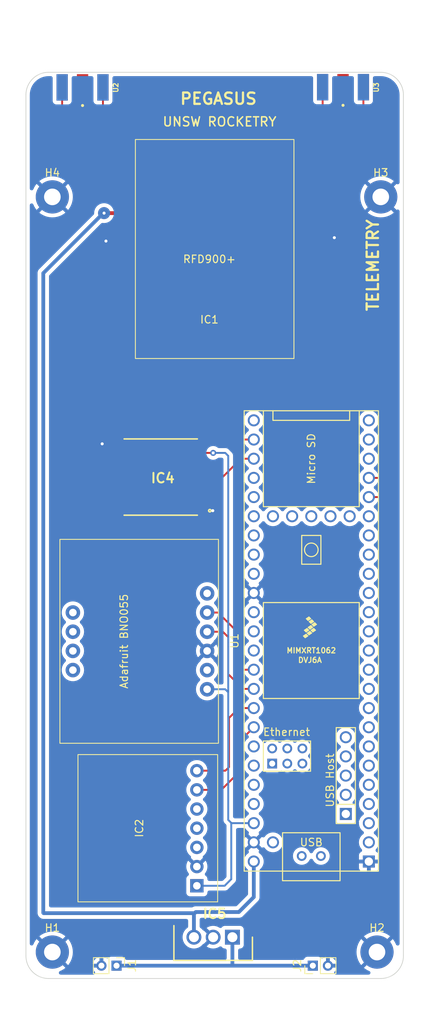
<source format=kicad_pcb>
(kicad_pcb (version 20211014) (generator pcbnew)
  (layers (0 "F.Cu" signal) (31 "B.Cu" signal) (34 "B.Paste" user) (35 "F.Paste" user) (36 "B.SilkS" user "B.Silkscreen") (37 "F.SilkS" user "F.Silkscreen") (38 "B.Mask" user) (39 "F.Mask" user) (44 "Edge.Cuts" user))
  (net 0 "")
  (net 2 "GND")
  (net 10 "Net-(IC1-Pad12)")
  (net 11 "Net-(IC1-Pad13)")
  (net 12 "Net-(IC1-Pad14)")
  (net 13 "Net-(IC1-Pad15)")
  (net 14 "Net-(IC1-Pad16)")
  (net 15 "Net-(IC1-Pad17)")
  (net 88 "3.7V")
  (net 97 "RX8")
  (net 98 "TX8")
  (net 99 "TX7")
  (net 100 "RX7")
  (net 101 "/+3.3V")
  (net 102 "/SCL")
  (net 103 "/SDA")
  (net 104 "/SDA1")
  (net 105 "/SCL1")
  (net 106 "+5V")
  (footprint "MountingHole:MountingHole_2.2mm_M2_Pad" (layer "F.Cu") (at 126.5 156.5)
    (fp_text reference "H2" (at 0 -3.2) (layer "F.SilkS"))
    (fp_text value "MountingHole_Pad")
    (pad "1" thru_hole circle (at 0 0) (size 4.4 4.4) (drill 2.2) (layers *.Cu *.Mask) (net 2 "GND"))
  )
  (footprint "Voltage Regulator:TO255P460X1020X2008-3P" (layer "F.Cu") (at 107.35 154.53 180)
    (fp_text reference "IC5" (at 2.35 3.1 180) (layer "F.SilkS") (effects (font (size 1.27 1.27) (thickness 0.254))))
    (fp_text value "L7805ACV" hide)
    (fp_line (start 7.75 1.53) (end 7.75 -3.07) (layer "F.SilkS") (width 0.2))
    (fp_line (start -2.65 -3.07) (end -2.65 0) (layer "F.SilkS") (width 0.2))
    (fp_line (start 7.75 -3.07) (end -2.65 -3.07) (layer "F.SilkS") (width 0.2))
    (pad "1" thru_hole rect (at 0 0 180) (size 1.98 1.98) (drill 1.32) (layers *.Cu *.Mask) (net 88 "3.7V"))
    (pad "2" thru_hole circle (at 2.55 0 180) (size 1.98 1.98) (drill 1.32) (layers *.Cu *.Mask) (net 2 "GND"))
    (pad "3" thru_hole circle (at 5.1 0 180) (size 1.98 1.98) (drill 1.32) (layers *.Cu *.Mask) (net 106 "+5V"))
  )
  (footprint "SMA-Connectors:RFSOLUTIONS_CON-SMA-EDGE-S" (layer "F.Cu") (at 122 41.9725 -90)
    (fp_text reference "U3" (at 0.032 -4.4064 90) (layer "F.SilkS") (effects (font (size 0.64 0.64))))
    (fp_text value "CON-SMA-EDGE-S")
    (fp_circle (center 2.4 0) (end 2.5 0) (layer "F.SilkS") (width 0.2) (fill none))
    (pad "1" smd rect (at 0 0 270) (size 3.5 1.5) (layers "F.Cu" "F.Paste" "F.Mask") (net 11 "Net-(IC1-Pad13)"))
    (pad "G1" smd rect (at 0 -2.7 270) (size 3.5 1.5) (layers "F.Cu" "F.Paste" "F.Mask") (net 10 "Net-(IC1-Pad12)"))
    (pad "G2" smd rect (at 0 2.7 270) (size 3.5 1.5) (layers "F.Cu" "F.Paste" "F.Mask") (net 12 "Net-(IC1-Pad14)"))
    (pad "G3" smd rect (at 0 -2.7 270) (size 3.5 1.5) (layers "B.Cu" "B.Paste" "B.Mask"))
    (pad "G4" smd rect (at 0 2.7 270) (size 3.5 1.5) (layers "B.Cu" "B.Paste" "B.Mask"))
  )
  (footprint "Adafruit_MPL3115A2:1x07" (layer "F.Cu") (at 100.101 140.1 90)
    (fp_text reference "IC2" (at 0 -5.08 90) (layer "F.SilkS"))
    (fp_text value "Adafruit_MPL3115A2")
    (fp_rect (start -9.75 5.292) (end 9.75 -13.208) (layer "F.SilkS") (width 0.12) (fill none))
    (pad "1" thru_hole rect (at -7.62 2.54 180) (size 1.778 1.778) (drill 1) (layers *.Cu *.Mask) (net 101 "/+3.3V"))
    (pad "2" thru_hole circle (at -5.08 2.54 90) (size 1.778 1.778) (drill 1) (layers *.Cu *.Mask) (net 2 "GND"))
    (pad "3" thru_hole circle (at -2.54 2.54 90) (size 1.778 1.778) (drill 1) (layers *.Cu *.Mask))
    (pad "4" thru_hole circle (at 0 2.54 90) (size 1.778 1.778) (drill 1) (layers *.Cu *.Mask))
    (pad "5" thru_hole circle (at 2.54 2.54 90) (size 1.778 1.778) (drill 1) (layers *.Cu *.Mask))
    (pad "6" thru_hole circle (at 5.08 2.54 90) (size 1.778 1.778) (drill 1) (layers *.Cu *.Mask) (net 102 "/SCL"))
    (pad "7" thru_hole circle (at 7.62 2.54 90) (size 1.778 1.778) (drill 1) (layers *.Cu *.Mask) (net 103 "/SDA"))
  )
  (footprint "Quectel_L70B-M39:1x18" (layer "F.Cu") (at 97.857 93.6 180)
    (fp_text reference "IC4" (at -0.272 -0.14) (layer "F.SilkS") (effects (font (size 1.27 1.27) (thickness 0.254))))
    (fp_text value "L70B-M39" hide)
    (fp_line (start -4.85 -5.05) (end 4.85 -5.05) (layer "F.SilkS") (width 0.2))
    (fp_line (start 4.85 5.05) (end -4.85 5.05) (layer "F.SilkS") (width 0.2))
    (fp_circle (center -6.502 -4.45) (end -6.502 -4.388) (layer "F.SilkS") (width 0.2) (fill none))
    (pad "1" smd rect (at -4.85 -4.4 270) (size 0.8 1.8) (layers "F.Cu" "F.Paste" "F.Mask") (net 2 "GND"))
    (pad "2" smd rect (at -4.85 -3.3 270) (size 0.8 1.8) (layers "F.Cu" "F.Paste" "F.Mask") (net 97 "RX8"))
    (pad "3" smd rect (at -4.85 -2.2 270) (size 0.8 1.8) (layers "F.Cu" "F.Paste" "F.Mask") (net 98 "TX8"))
    (pad "4" smd rect (at -4.85 -1.1 270) (size 0.8 1.8) (layers "F.Cu" "F.Paste" "F.Mask"))
    (pad "5" smd rect (at -4.85 0 270) (size 0.8 1.8) (layers "F.Cu" "F.Paste" "F.Mask"))
    (pad "6" smd rect (at -4.85 1.1 270) (size 0.8 1.8) (layers "F.Cu" "F.Paste" "F.Mask"))
    (pad "7" smd rect (at -4.85 2.2 270) (size 0.8 1.8) (layers "F.Cu" "F.Paste" "F.Mask"))
    (pad "8" smd rect (at -4.85 3.3 270) (size 0.8 1.8) (layers "F.Cu" "F.Paste" "F.Mask") (net 101 "/+3.3V"))
    (pad "9" smd rect (at -4.85 4.4 270) (size 0.8 1.8) (layers "F.Cu" "F.Paste" "F.Mask"))
    (pad "10" smd rect (at 4.85 4.4 270) (size 0.8 1.8) (layers "F.Cu" "F.Paste" "F.Mask") (net 2 "GND"))
    (pad "11" smd rect (at 4.85 3.3 270) (size 0.8 1.8) (layers "F.Cu" "F.Paste" "F.Mask"))
    (pad "12" smd rect (at 4.85 2.2 270) (size 0.8 1.8) (layers "F.Cu" "F.Paste" "F.Mask"))
    (pad "13" smd rect (at 4.85 1.1 270) (size 0.8 1.8) (layers "F.Cu" "F.Paste" "F.Mask"))
    (pad "14" smd rect (at 4.85 0 270) (size 0.8 1.8) (layers "F.Cu" "F.Paste" "F.Mask"))
    (pad "15" smd rect (at 4.85 -1.1 270) (size 0.8 1.8) (layers "F.Cu" "F.Paste" "F.Mask"))
    (pad "16" smd rect (at 4.85 -2.2 270) (size 0.8 1.8) (layers "F.Cu" "F.Paste" "F.Mask"))
    (pad "17" smd rect (at 4.85 -3.3 270) (size 0.8 1.8) (layers "F.Cu" "F.Paste" "F.Mask"))
    (pad "18" smd rect (at 4.85 -4.4 270) (size 0.8 1.8) (layers "F.Cu" "F.Paste" "F.Mask"))
  )
  (footprint "Teensy_4.1:Teensy_4.1" (layer "F.Cu") (at 117.8 115.3 90)
    (fp_text reference "U1" (at 0 -10.16 90) (layer "F.SilkS"))
    (fp_text value "Teensy4.1")
    (fp_text user "Micro SD" (at 24.13 0 90) (layer "F.SilkS"))
    (fp_text user "USB Host" (at -18.4658 2.4892 90) (layer "F.SilkS"))
    (fp_text user "MIMXRT1062" (at -1.27 0) (layer "F.SilkS") (effects (font (size 0.7 0.7))))
    (fp_text user "USB" (at -26.67 0) (layer "F.SilkS"))
    (fp_text user "Ethernet" (at -12.065 -3.2766) (layer "F.SilkS"))
    (fp_text user "DVJ6A" (at -2.54 -0.18) (layer "F.SilkS") (effects (font (size 0.7 0.7))))
    (fp_line (start 29.21 5.08) (end 30.48 5.08) (layer "F.SilkS") (width 0.15))
    (fp_line (start -24.1808 3.2992) (end -21.6408 3.2992) (layer "F.SilkS") (width 0.15))
    (fp_line (start 10.16 -1.27) (end 13.97 -1.27) (layer "F.SilkS") (width 0.15))
    (fp_line (start -24.1808 5.8392) (end -24.1808 3.2992) (layer "F.SilkS") (width 0.15))
    (fp_line (start -30.48 3.81) (end -31.75 3.81) (layer "F.SilkS") (width 0.15))
    (fp_line (start -30.48 -8.89) (end 30.48 -8.89) (layer "F.SilkS") (width 0.15))
    (fp_line (start 30.48 -8.89) (end 30.48 8.89) (layer "F.SilkS") (width 0.15))
    (fp_line (start -25.4 3.81) (end -30.48 3.81) (layer "F.SilkS") (width 0.15))
    (fp_line (start -11.4808 3.2992) (end -11.4808 5.8392) (layer "F.SilkS") (width 0.15))
    (fp_line (start -17.25 -0.1016) (end -13.25 -0.1016) (layer "F.SilkS") (width 0.15))
    (fp_line (start 5.08 6.35) (end 5.08 -6.35) (layer "F.SilkS") (width 0.15))
    (fp_line (start 17.78 -6.35) (end 17.78 6.35) (layer "F.SilkS") (width 0.15))
    (fp_line (start -30.48 8.89) (end -30.48 -8.89) (layer "F.SilkS") (width 0.15))
    (fp_line (start 13.97 1.27) (end 10.16 1.27) (layer "F.SilkS") (width 0.15))
    (fp_line (start 5.08 -6.35) (end -7.62 -6.35) (layer "F.SilkS") (width 0.15))
    (fp_line (start 30.48 8.89) (end -30.48 8.89) (layer "F.SilkS") (width 0.15))
    (fp_line (start -31.75 3.81) (end -31.75 -3.81) (layer "F.SilkS") (width 0.15))
    (fp_line (start 10.16 1.27) (end 10.16 -1.27) (layer "F.SilkS") (width 0.15))
    (fp_line (start -31.75 -3.81) (end -30.48 -3.81) (layer "F.SilkS") (width 0.15))
    (fp_line (start -25.4 -3.81) (end -30.48 -3.81) (layer "F.SilkS") (width 0.15))
    (fp_line (start -17.25 -6.1016) (end -17.25 -0.1016) (layer "F.SilkS") (width 0.15))
    (fp_line (start -13.25 -6.3516) (end -17.25 -6.3516) (layer "F.SilkS") (width 0.15))
    (fp_line (start -17.25 -6.3516) (end -17.25 -6.1016) (layer "F.SilkS") (width 0.15))
    (fp_line (start -21.6408 3.2992) (end -21.6408 5.8392) (layer "F.SilkS") (width 0.15))
    (fp_line (start 13.97 -1.27) (end 13.97 1.27) (layer "F.SilkS") (width 0.15))
    (fp_line (start -13.25 -0.1016) (end -13.25 -6.3516) (layer "F.SilkS") (width 0.15))
    (fp_line (start 30.48 -5.08) (end 29.21 -5.08) (layer "F.SilkS") (width 0.15))
    (fp_line (start -11.4808 5.8392) (end -24.1808 5.8392) (layer "F.SilkS") (width 0.15))
    (fp_line (start -25.4 3.81) (end -25.4 -3.81) (layer "F.SilkS") (width 0.15))
    (fp_line (start 17.78 6.35) (end 30.48 6.35) (layer "F.SilkS") (width 0.15))
    (fp_line (start -7.62 6.35) (end 5.08 6.35) (layer "F.SilkS") (width 0.15))
    (fp_line (start -7.62 -6.35) (end -7.62 6.35) (layer "F.SilkS") (width 0.15))
    (fp_line (start -24.1808 3.2992) (end -11.4808 3.2992) (layer "F.SilkS") (width 0.15))
    (fp_line (start 30.48 -6.35) (end 17.78 -6.35) (layer "F.SilkS") (width 0.15))
    (fp_line (start 29.21 -5.08) (end 29.21 5.08) (layer "F.SilkS") (width 0.15))
    (fp_circle (center 12.065 0) (end 12.7 -0.635) (layer "F.SilkS") (width 0.15) (fill none))
    (fp_poly (pts (xy 0.911 -0.688) (xy 0.657 -0.434) (xy 0.403 -0.815) (xy 0.657 -1.069)) (layer "F.SilkS") (width 0.1) (fill solid))
    (fp_poly (pts (xy 2.054 -0.053) (xy 1.8 0.201) (xy 1.546 -0.18) (xy 1.8 -0.434)) (layer "F.SilkS") (width 0.1) (fill solid))
    (fp_poly (pts (xy 1.673 0.328) (xy 1.419 0.582) (xy 1.165 0.201) (xy 1.419 -0.053)) (layer "F.SilkS") (width 0.1) (fill solid))
    (fp_poly (pts (xy 1.292 -0.18) (xy 1.038 0.074) (xy 0.784 -0.307) (xy 1.038 -0.561)) (layer "F.SilkS") (width 0.1) (fill solid))
    (fp_poly (pts (xy 2.816 0.074) (xy 2.562 0.328) (xy 2.308 -0.053) (xy 2.562 -0.307)) (layer "F.SilkS") (width 0.1) (fill solid))
    (fp_poly (pts (xy 2.435 0.455) (xy 2.181 0.709) (xy 1.927 0.328) (xy 2.181 0.074)) (layer "F.SilkS") (width 0.1) (fill solid))
    (fp_poly (pts (xy 3.197 -0.307) (xy 2.943 -0.053) (xy 2.689 -0.434) (xy 2.943 -0.688)) (layer "F.SilkS") (width 0.1) (fill solid))
    (fp_poly (pts (xy 1.673 -0.561) (xy 1.419 -0.307) (xy 1.165 -0.688) (xy 1.419 -0.942)) (layer "F.SilkS") (width 0.1) (fill solid))
    (pad "1" thru_hole rect (at -29.21 7.62 90) (size 1.6 1.6) (drill 1.1) (layers *.Cu *.Mask) (net 2 "GND"))
    (pad "2" thru_hole circle (at -26.67 7.62 90) (size 1.6 1.6) (drill 1.1) (layers *.Cu *.Mask))
    (pad "3" thru_hole circle (at -24.13 7.62 90) (size 1.6 1.6) (drill 1.1) (layers *.Cu *.Mask))
    (pad "4" thru_hole circle (at -21.59 7.62 90) (size 1.6 1.6) (drill 1.1) (layers *.Cu *.Mask))
    (pad "5" thru_hole circle (at -19.05 7.62 90) (size 1.6 1.6) (drill 1.1) (layers *.Cu *.Mask))
    (pad "6" thru_hole circle (at -16.51 7.62 90) (size 1.6 1.6) (drill 1.1) (layers *.Cu *.Mask))
    (pad "7" thru_hole circle (at -13.97 7.62 90) (size 1.6 1.6) (drill 1.1) (layers *.Cu *.Mask))
    (pad "8" thru_hole circle (at -11.43 7.62 90) (size 1.6 1.6) (drill 1.1) (layers *.Cu *.Mask))
    (pad "9" thru_hole circle (at -8.89 7.62 90) (size 1.6 1.6) (drill 1.1) (layers *.Cu *.Mask))
    (pad "10" thru_hole circle (at -6.35 7.62 90) (size 1.6 1.6) (drill 1.1) (layers *.Cu *.Mask))
    (pad "11" thru_hole circle (at -3.81 7.62 90) (size 1.6 1.6) (drill 1.1) (layers *.Cu *.Mask))
    (pad "12" thru_hole circle (at -1.27 7.62 90) (size 1.6 1.6) (drill 1.1) (layers *.Cu *.Mask))
    (pad "13" thru_hole circle (at 1.27 7.62 90) (size 1.6 1.6) (drill 1.1) (layers *.Cu *.Mask))
    (pad "14" thru_hole circle (at 3.81 7.62 90) (size 1.6 1.6) (drill 1.1) (layers *.Cu *.Mask))
    (pad "15" thru_hole circle (at 6.35 7.62 90) (size 1.6 1.6) (drill 1.1) (layers *.Cu *.Mask))
    (pad "16" thru_hole circle (at 8.89 7.62 90) (size 1.6 1.6) (drill 1.1) (layers *.Cu *.Mask))
    (pad "17" thru_hole circle (at 11.43 7.62 90) (size 1.6 1.6) (drill 1.1) (layers *.Cu *.Mask))
    (pad "18" thru_hole circle (at 13.97 7.62 90) (size 1.6 1.6) (drill 1.1) (layers *.Cu *.Mask))
    (pad "19" thru_hole circle (at 16.51 7.62 90) (size 1.6 1.6) (drill 1.1) (layers *.Cu *.Mask))
    (pad "20" thru_hole circle (at 19.05 7.62 90) (size 1.6 1.6) (drill 1.1) (layers *.Cu *.Mask) (net 100 "RX7"))
    (pad "21" thru_hole circle (at 21.59 7.62 90) (size 1.6 1.6) (drill 1.1) (layers *.Cu *.Mask) (net 99 "TX7"))
    (pad "22" thru_hole circle (at 24.13 7.62 90) (size 1.6 1.6) (drill 1.1) (layers *.Cu *.Mask))
    (pad "23" thru_hole circle (at 26.67 7.62 90) (size 1.6 1.6) (drill 1.1) (layers *.Cu *.Mask))
    (pad "24" thru_hole circle (at 29.21 7.62 90) (size 1.6 1.6) (drill 1.1) (layers *.Cu *.Mask))
    (pad "25" thru_hole circle (at 29.21 -7.62 90) (size 1.6 1.6) (drill 1.1) (layers *.Cu *.Mask))
    (pad "26" thru_hole circle (at 26.67 -7.62 90) (size 1.6 1.6) (drill 1.1) (layers *.Cu *.Mask) (net 97 "RX8"))
    (pad "27" thru_hole circle (at 24.13 -7.62 90) (size 1.6 1.6) (drill 1.1) (layers *.Cu *.Mask) (net 98 "TX8"))
    (pad "28" thru_hole circle (at 21.59 -7.62 90) (size 1.6 1.6) (drill 1.1) (layers *.Cu *.Mask))
    (pad "29" thru_hole circle (at 19.05 -7.62 90) (size 1.6 1.6) (drill 1.1) (layers *.Cu *.Mask))
    (pad "30" thru_hole circle (at 16.51 -7.62 90) (size 1.6 1.6) (drill 1.1) (layers *.Cu *.Mask))
    (pad "31" thru_hole circle (at 13.97 -7.62 90) (size 1.6 1.6) (drill 1.1) (layers *.Cu *.Mask))
    (pad "32" thru_hole circle (at 11.43 -7.62 90) (size 1.6 1.6) (drill 1.1) (layers *.Cu *.Mask))
    (pad "33" thru_hole circle (at 8.89 -7.62 90) (size 1.6 1.6) (drill 1.1) (layers *.Cu *.Mask))
    (pad "34" thru_hole circle (at 6.35 -7.62 90) (size 1.6 1.6) (drill 1.1) (layers *.Cu *.Mask) (net 2 "GND"))
    (pad "35" thru_hole circle (at 3.81 -7.62 90) (size 1.6 1.6) (drill 1.1) (layers *.Cu *.Mask))
    (pad "36" thru_hole circle (at 1.27 -7.62 90) (size 1.6 1.6) (drill 1.1) (layers *.Cu *.Mask))
    (pad "37" thru_hole circle (at -1.27 -7.62 90) (size 1.6 1.6) (drill 1.1) (layers *.Cu *.Mask))
    (pad "38" thru_hole circle (at -3.81 -7.62 90) (size 1.6 1.6) (drill 1.1) (layers *.Cu *.Mask) (net 105 "/SCL1"))
    (pad "39" thru_hole circle (at -6.35 -7.62 90) (size 1.6 1.6) (drill 1.1) (layers *.Cu *.Mask) (net 104 "/SDA1"))
    (pad "40" thru_hole circle (at -8.89 -7.62 90) (size 1.6 1.6) (drill 1.1) (layers *.Cu *.Mask) (net 103 "/SDA"))
    (pad "41" thru_hole circle (at -11.43 -7.62 90) (size 1.6 1.6) (drill 1.1) (layers *.Cu *.Mask) (net 102 "/SCL"))
    (pad "42" thru_hole circle (at -13.97 -7.62 90) (size 1.6 1.6) (drill 1.1) (layers *.Cu *.Mask))
    (pad "43" thru_hole circle (at -16.51 -7.62 90) (size 1.6 1.6) (drill 1.1) (layers *.Cu *.Mask))
    (pad "44" thru_hole circle (at -19.05 -7.62 90) (size 1.6 1.6) (drill 1.1) (layers *.Cu *.Mask))
    (pad "45" thru_hole circle (at -21.59 -7.62 90) (size 1.6 1.6) (drill 1.1) (layers *.Cu *.Mask))
    (pad "46" thru_hole circle (at -24.13 -7.62 90) (size 1.6 1.6) (drill 1.1) (layers *.Cu *.Mask) (net 101 "/+3.3V"))
    (pad "47" thru_hole circle (at -26.67 -7.62 90) (size 1.6 1.6) (drill 1.1) (layers *.Cu *.Mask) (net 2 "GND"))
    (pad "48" thru_hole circle (at -29.21 -7.62 90) (size 1.6 1.6) (drill 1.1) (layers *.Cu *.Mask) (net 106 "+5V"))
    (pad "49" thru_hole circle (at -26.67 -5.08 90) (size 1.6 1.6) (drill 1.1) (layers *.Cu *.Mask))
    (pad "50" thru_hole circle (at 16.51 5.08 90) (size 1.6 1.6) (drill 1.1) (layers *.Cu *.Mask))
    (pad "51" thru_hole circle (at 16.51 2.54 90) (size 1.6 1.6) (drill 1.1) (layers *.Cu *.Mask))
    (pad "52" thru_hole circle (at 16.51 0 90) (size 1.6 1.6) (drill 1.1) (layers *.Cu *.Mask))
    (pad "53" thru_hole circle (at 16.51 -2.54 90) (size 1.6 1.6) (drill 1.1) (layers *.Cu *.Mask))
    (pad "54" thru_hole circle (at 16.51 -5.08 90) (size 1.6 1.6) (drill 1.1) (layers *.Cu *.Mask))
    (pad "55" thru_hole rect (at -22.9108 4.5692 90) (size 1.6 1.6) (drill 1.1) (layers *.Cu *.Mask))
    (pad "56" thru_hole circle (at -20.3708 4.5692 90) (size 1.6 1.6) (drill 1.1) (layers *.Cu *.Mask))
    (pad "57" thru_hole circle (at -17.8308 4.5692 90) (size 1.6 1.6) (drill 1.1) (layers *.Cu *.Mask))
    (pad "58" thru_hole circle (at -15.2908 4.5692 90) (size 1.6 1.6) (drill 1.1) (layers *.Cu *.Mask))
    (pad "59" thru_hole circle (at -12.7508 4.5692 90) (size 1.6 1.6) (drill 1.1) (layers *.Cu *.Mask))
    (pad "60" thru_hole rect (at -16.24 -5.1816 90) (size 1.3 1.3) (drill 0.8) (layers *.Cu *.Mask))
    (pad "61" thru_hole circle (at -16.24 -3.1816 90) (size 1.3 1.3) (drill 0.8) (layers *.Cu *.Mask))
    (pad "62" thru_hole circle (at -16.24 -1.1816 90) (size 1.3 1.3) (drill 0.8) (layers *.Cu *.Mask))
    (pad "63" thru_hole circle (at -14.24 -1.1816 90) (size 1.3 1.3) (drill 0.8) (layers *.Cu *.Mask))
    (pad "64" thru_hole circle (at -14.24 -3.1816 90) (size 1.3 1.3) (drill 0.8) (layers *.Cu *.Mask))
    (pad "65" thru_hole circle (at -14.24 -5.1816 90) (size 1.3 1.3) (drill 0.8) (layers *.Cu *.Mask))
    (pad "66" thru_hole circle (at -28.48 -1.27 90) (size 1.3 1.3) (drill 0.8) (layers *.Cu *.Mask))
    (pad "67" thru_hole circle (at -28.48 1.27 90) (size 1.3 1.3) (drill 0.8) (layers *.Cu *.Mask))
  )
  (footprint "Connector_PinHeader_2.00mm:PinHeader_1x02_P2.00mm_Vertical" (layer "F.Cu") (at 118 158.3 90)
    (fp_text reference "J2" (at 0 -2.06 90) (layer "F.SilkS"))
    (fp_text value "Conn_01x02_Female")
    (fp_line (start -1.06 0) (end -1.06 -1.06) (layer "F.SilkS") (width 0.12))
    (fp_line (start 1.06 1) (end 1.06 3.06) (layer "F.SilkS") (width 0.12))
    (fp_line (start -1.06 3.06) (end 1.06 3.06) (layer "F.SilkS") (width 0.12))
    (fp_line (start -1.06 -1.06) (end 0 -1.06) (layer "F.SilkS") (width 0.12))
    (fp_line (start -1.06 1) (end -1.06 3.06) (layer "F.SilkS") (width 0.12))
    (fp_line (start -1.06 1) (end 1.06 1) (layer "F.SilkS") (width 0.12))
    (pad "1" thru_hole rect (at 0 0 90) (size 1.35 1.35) (drill 0.8) (layers *.Cu *.Mask) (net 88 "3.7V"))
    (pad "2" thru_hole oval (at 0 2 90) (size 1.35 1.35) (drill 0.8) (layers *.Cu *.Mask) (net 2 "GND"))
  )
  (footprint "MountingHole:MountingHole_2.2mm_M2_Pad" (layer "F.Cu") (at 83.5 56.5)
    (fp_text reference "H4" (at 0 -3.2) (layer "F.SilkS"))
    (fp_text value "MountingHole_Pad")
    (pad "1" thru_hole circle (at 0 0) (size 4.4 4.4) (drill 2.2) (layers *.Cu *.Mask) (net 2 "GND"))
  )
  (footprint "RFD900:1x28" (layer "F.Cu") (at 109.5 66.65 180)
    (fp_text reference "IC1" (at 5.2 -6.1 unlocked) (layer "F.SilkS"))
    (fp_text value "RFD900")
    (fp_text user "RFD900+" (at 5.2 1.9 unlocked) (layer "F.SilkS"))
    (fp_rect (start -6 -11.25) (end 15 17.75) (layer "F.SilkS") (width 0.12) (fill none))
    (pad "1" smd rect (at -6 -10 180) (size 2.4 1) (layers "F.Cu" "F.Paste" "F.Mask"))
    (pad "2" smd rect (at -6 -8 180) (size 2.4 1) (layers "F.Cu" "F.Paste" "F.Mask"))
    (pad "3" smd rect (at -6 -6 180) (size 2.4 1) (layers "F.Cu" "F.Paste" "F.Mask"))
    (pad "4" smd rect (at -6 -4 180) (size 2.4 1) (layers "F.Cu" "F.Paste" "F.Mask"))
    (pad "5" smd roundrect (at -6 -2 180) (size 2.4 1) (layers "F.Cu" "F.Paste" "F.Mask"))
    (pad "6" smd rect (at -6 0 180) (size 2.4 1) (layers "F.Cu" "F.Paste" "F.Mask"))
    (pad "7" smd rect (at -6 2 180) (size 2.4 1) (layers "F.Cu" "F.Paste" "F.Mask"))
    (pad "8" smd rect (at -6 4 180) (size 2.4 1) (layers "F.Cu" "F.Paste" "F.Mask") (net 2 "GND"))
    (pad "9" smd rect (at -6 6 180) (size 2.4 1) (layers "F.Cu" "F.Paste" "F.Mask") (net 2 "GND"))
    (pad "10" smd rect (at -6 8 180) (size 2.4 1) (layers "F.Cu" "F.Paste" "F.Mask"))
    (pad "11" smd rect (at -6 10 180) (size 2.4 1) (layers "F.Cu" "F.Paste" "F.Mask") (net 2 "GND"))
    (pad "12" smd rect (at -6 13.5 180) (size 2.4 1) (layers "F.Cu" "F.Paste" "F.Mask") (net 10 "Net-(IC1-Pad12)"))
    (pad "13" smd rect (at -6 15 180) (size 2.4 1) (layers "F.Cu" "F.Paste" "F.Mask") (net 11 "Net-(IC1-Pad13)"))
    (pad "14" smd rect (at -6 16.5 180) (size 2.4 1) (layers "F.Cu" "F.Paste" "F.Mask") (net 12 "Net-(IC1-Pad14)"))
    (pad "15" smd rect (at 15 16.5 180) (size 2.4 1) (layers "F.Cu" "F.Paste" "F.Mask") (net 13 "Net-(IC1-Pad15)"))
    (pad "16" smd rect (at 15 15 180) (size 2.4 1) (layers "F.Cu" "F.Paste" "F.Mask") (net 14 "Net-(IC1-Pad16)"))
    (pad "17" smd rect (at 15 13.5 180) (size 2.4 1) (layers "F.Cu" "F.Paste" "F.Mask") (net 15 "Net-(IC1-Pad17)"))
    (pad "18" smd rect (at 15 10 180) (size 2.4 1) (layers "F.Cu" "F.Paste" "F.Mask"))
    (pad "19" smd rect (at 15 8 180) (size 2.4 1) (layers "F.Cu" "F.Paste" "F.Mask") (net 106 "+5V"))
    (pad "20" smd rect (at 15 6 180) (size 2.4 1) (layers "F.Cu" "F.Paste" "F.Mask") (net 2 "GND"))
    (pad "21" smd rect (at 15 4 180) (size 2.4 1) (layers "F.Cu" "F.Paste" "F.Mask"))
    (pad "22" smd rect (at 15 2 180) (size 2.4 1) (layers "F.Cu" "F.Paste" "F.Mask"))
    (pad "23" smd rect (at 15 0 180) (size 2.4 1) (layers "F.Cu" "F.Paste" "F.Mask"))
    (pad "24" smd rect (at 15 -2 180) (size 2.4 1) (layers "F.Cu" "F.Paste" "F.Mask"))
    (pad "25" smd rect (at 15 -4 180) (size 2.4 1) (layers "F.Cu" "F.Paste" "F.Mask") (net 99 "TX7"))
    (pad "26" smd rect (at 15 -6 180) (size 2.4 1) (layers "F.Cu" "F.Paste" "F.Mask") (net 100 "RX7"))
    (pad "27" smd rect (at 15 -8 180) (size 2.4 1) (layers "F.Cu" "F.Paste" "F.Mask"))
    (pad "28" smd rect (at 15 -10 180) (size 2.4 1) (layers "F.Cu" "F.Paste" "F.Mask"))
  )
  (footprint "MountingHole:MountingHole_2.2mm_M2_Pad" (layer "F.Cu") (at 127 56.5)
    (fp_text reference "H3" (at 0 -3.2) (layer "F.SilkS"))
    (fp_text value "MountingHole_Pad")
    (pad "1" thru_hole circle (at 0 0) (size 4.4 4.4) (drill 2.2) (layers *.Cu *.Mask) (net 2 "GND"))
  )
  (footprint "MountingHole:MountingHole_2.2mm_M2_Pad" (layer "F.Cu") (at 83.5 156.5)
    (fp_text reference "H1" (at 0 -3.2) (layer "F.SilkS"))
    (fp_text value "MountingHole_Pad")
    (pad "1" thru_hole circle (at 0 0) (size 4.4 4.4) (drill 2.2) (layers *.Cu *.Mask) (net 2 "GND"))
  )
  (footprint "SMA-Connectors:RFSOLUTIONS_CON-SMA-EDGE-S" (layer "F.Cu") (at 87.5 42 -90)
    (fp_text reference "U2" (at 0.032 -4.4064 90) (layer "F.SilkS") (effects (font (size 0.64 0.64))))
    (fp_text value "CON-SMA-EDGE-S")
    (fp_circle (center 2.4 0) (end 2.5 0) (layer "F.SilkS") (width 0.2) (fill none))
    (pad "1" smd rect (at 0 0 270) (size 3.5 1.5) (layers "F.Cu" "F.Paste" "F.Mask") (net 14 "Net-(IC1-Pad16)"))
    (pad "G1" smd rect (at 0 -2.7 270) (size 3.5 1.5) (layers "F.Cu" "F.Paste" "F.Mask") (net 13 "Net-(IC1-Pad15)"))
    (pad "G2" smd rect (at 0 2.7 270) (size 3.5 1.5) (layers "F.Cu" "F.Paste" "F.Mask") (net 15 "Net-(IC1-Pad17)"))
    (pad "G3" smd rect (at 0 -2.7 270) (size 3.5 1.5) (layers "B.Cu" "B.Paste" "B.Mask"))
    (pad "G4" smd rect (at 0 2.7 270) (size 3.5 1.5) (layers "B.Cu" "B.Paste" "B.Mask"))
  )
  (footprint "Adafruit_BNO055:adafruit_" (layer "F.Cu") (at 104 115.35 90)
    (fp_text reference "IC3" hide)
    (fp_text value "Adafruit-BNO055-PCB")
    (fp_text user "Adafruit BNO055" (at 0 -11 90 unlocked) (layer "F.SilkS"))
    (fp_rect (start 13.5 1.5) (end -13.5 -19.5) (layer "F.SilkS") (width 0.12) (fill none))
    (pad "1" thru_hole circle (at -6.35 0 180) (size 1.9304 1.9304) (drill 1) (layers *.Cu *.Mask) (net 101 "/+3.3V"))
    (pad "2" thru_hole circle (at -3.81 0 180) (size 1.9304 1.9304) (drill 1) (layers *.Cu *.Mask))
    (pad "3" thru_hole circle (at -1.27 0 180) (size 1.9304 1.9304) (drill 1) (layers *.Cu *.Mask) (net 2 "GND"))
    (pad "4" thru_hole circle (at 1.27 0 180) (size 1.9304 1.9304) (drill 1) (layers *.Cu *.Mask) (net 104 "/SDA1"))
    (pad "4" thru_hole circle (at -3.81 -17.78 180) (size 1.9304 1.9304) (drill 1) (layers *.Cu *.Mask) (net 104 "/SDA1"))
    (pad "5" thru_hole circle (at -1.27 -17.78 180) (size 1.9304 1.9304) (drill 1) (layers *.Cu *.Mask) (net 105 "/SCL1"))
    (pad "5" thru_hole circle (at 3.81 0 180) (size 1.9304 1.9304) (drill 1) (layers *.Cu *.Mask) (net 105 "/SCL1"))
    (pad "6" thru_hole circle (at 1.27 -17.78 180) (size 1.9304 1.9304) (drill 1) (layers *.Cu *.Mask))
    (pad "6" thru_hole circle (at 6.35 0 180) (size 1.9304 1.9304) (drill 1) (layers *.Cu *.Mask))
    (pad "7" thru_hole circle (at 3.81 -17.78 180) (size 1.9304 1.9304) (drill 1) (layers *.Cu *.Mask))
  )
  (footprint "Connector_PinHeader_2.00mm:PinHeader_1x02_P2.00mm_Vertical" (layer "F.Cu") (at 92 158.3 -90)
    (fp_text reference "J1" (at 0 -2.06 90) (layer "F.SilkS"))
    (fp_text value "Conn_01x02_Female")
    (fp_line (start -1.06 1) (end -1.06 3.06) (layer "F.SilkS") (width 0.12))
    (fp_line (start -1.06 -1.06) (end 0 -1.06) (layer "F.SilkS") (width 0.12))
    (fp_line (start -1.06 3.06) (end 1.06 3.06) (layer "F.SilkS") (width 0.12))
    (fp_line (start -1.06 1) (end 1.06 1) (layer "F.SilkS") (width 0.12))
    (fp_line (start -1.06 0) (end -1.06 -1.06) (layer "F.SilkS") (width 0.12))
    (fp_line (start 1.06 1) (end 1.06 3.06) (layer "F.SilkS") (width 0.12))
    (pad "1" thru_hole rect (at 0 0 270) (size 1.35 1.35) (drill 0.8) (layers *.Cu *.Mask) (net 88 "3.7V"))
    (pad "2" thru_hole oval (at 0 2 270) (size 1.35 1.35) (drill 0.8) (layers *.Cu *.Mask) (net 2 "GND"))
  )
  (gr_arc (start 83 160) (mid 80.87868 159.12132) (end 80 157) (layer "Edge.Cuts") (width 0.1))
  (gr_line (start 127 160) (end 83 160) (layer "Edge.Cuts") (width 0.1))
  (gr_arc (start 80 43) (mid 80.87868 40.87868) (end 83 40) (layer "Edge.Cuts") (width 0.1))
  (gr_arc (start 127 40) (mid 129.12132 40.87868) (end 130 43) (layer "Edge.Cuts") (width 0.1))
  (gr_line (start 130 43) (end 130 157) (layer "Edge.Cuts") (width 0.1))
  (gr_line (start 80 157) (end 80 43) (layer "Edge.Cuts") (width 0.1))
  (gr_line (start 83 40) (end 127 40) (layer "Edge.Cuts") (width 0.1))
  (gr_arc (start 130 157) (mid 129.12132 159.12132) (end 127 160) (layer "Edge.Cuts") (width 0.1))
  (gr_text "TELEMETRY\n" (at 125.95 65.55 90) (layer "F.SilkS") (effects (font (size 1.5 1.5) (thickness 0.3))))
  (gr_text "PEGASUS\n" (at 105.5 43.5) (layer "F.SilkS") (effects (font (size 1.5 1.5) (thickness 0.3))))
  (gr_text "UNSW ROCKETRY\n" (at 105.65 46.55) (layer "F.SilkS") (effects (font (size 1.2 1.2) (thickness 0.2))))
  (segment (start 104.7 98) (end 104.75 98.05) (width 0.25) (layer "F.Cu") (net 2))
  (segment (start 90.1 89.2) (end 93.007 89.2) (width 0.25) (layer "F.Cu") (net 2))
  (segment (start 115.5 60.65) (end 120.75 60.65) (width 0.5) (layer "F.Cu") (net 2))
  (segment (start 92.3 60.65) (end 90.6 62.35) (width 0.5) (layer "F.Cu") (net 2))
  (segment (start 120.75 60.65) (end 120.85 60.75) (width 0.5) (layer "F.Cu") (net 2))
  (segment (start 102.707 98) (end 104.7 98) (width 0.25) (layer "F.Cu") (net 2))
  (segment (start 120.1 62.65) (end 120.85 61.9) (width 0.5) (layer "F.Cu") (net 2))
  (segment (start 120.85 60.75) (end 120.85 61.9) (width 0.5) (layer "F.Cu") (net 2))
  (segment (start 115.5 62.65) (end 120.1 62.65) (width 0.5) (layer "F.Cu") (net 2))
  (segment (start 94.5 60.65) (end 92.3 60.65) (width 0.5) (layer "F.Cu") (net 2))
  (via (at 90.6 62.35) (size 1.6) (drill 0.4) (layers "F.Cu" "B.Cu") (net 2))
  (via (at 104.75 98.05) (size 0.8) (drill 0.4) (layers "F.Cu" "B.Cu") (net 2))
  (via (at 120.85 61.9) (size 1.6) (drill 0.4) (layers "F.Cu" "B.Cu") (net 2))
  (via (at 90.1 89.2) (size 0.8) (drill 0.4) (layers "F.Cu" "B.Cu") (net 2))
  (segment (start 124.7 51.9) (end 124.7 41.9725) (width 0.25) (layer "F.Cu") (net 10))
  (segment (start 123.45 53.15) (end 124.7 51.9) (width 0.25) (layer "F.Cu") (net 10))
  (segment (start 115.5 53.15) (end 123.45 53.15) (width 0.25) (layer "F.Cu") (net 10))
  (segment (start 115.5 51.65) (end 120.85 51.65) (width 0.25) (layer "F.Cu") (net 11))
  (segment (start 122 50.5) (end 122 41.9725) (width 0.25) (layer "F.Cu") (net 11))
  (segment (start 120.85 51.65) (end 122 50.5) (width 0.25) (layer "F.Cu") (net 11))
  (segment (start 118.05 50.15) (end 119.3 48.9) (width 0.25) (layer "F.Cu") (net 12))
  (segment (start 119.3 48.9) (end 119.3 41.9725) (width 0.25) (layer "F.Cu") (net 12))
  (segment (start 115.5 50.15) (end 118.05 50.15) (width 0.25) (layer "F.Cu") (net 12))
  (segment (start 90.4 40.6275) (end 90.44 40.5875) (width 0.25) (layer "F.Cu") (net 13))
  (segment (start 91.45 50.15) (end 90.2 48.9) (width 0.25) (layer "F.Cu") (net 13))
  (segment (start 94.5 50.15) (end 91.45 50.15) (width 0.25) (layer "F.Cu") (net 13))
  (segment (start 90.2 48.9) (end 90.2 42) (width 0.25) (layer "F.Cu") (net 13))
  (segment (start 87.5 50.3) (end 87.5 42) (width 0.25) (layer "F.Cu") (net 14))
  (segment (start 94.5 51.65) (end 88.85 51.65) (width 0.25) (layer "F.Cu") (net 14))
  (segment (start 88.85 51.65) (end 87.5 50.3) (width 0.25) (layer "F.Cu") (net 14))
  (segment (start 94.5 53.15) (end 86.95 53.15) (width 0.25) (layer "F.Cu") (net 15))
  (segment (start 86.95 53.15) (end 84.8 51) (width 0.25) (layer "F.Cu") (net 15))
  (segment (start 84.8 51) (end 84.8 42) (width 0.25) (layer "F.Cu") (net 15))
  (segment (start 107.5 158.3) (end 107.35 158.15) (width 0.25) (layer "B.Cu") (net 88))
  (segment (start 118 158.3) (end 107.5 158.3) (width 0.5) (layer "B.Cu") (net 88))
  (segment (start 107.35 158.15) (end 107.35 154.53) (width 0.5) (layer "B.Cu") (net 88))
  (segment (start 107.5 158.3) (end 92 158.3) (width 0.5) (layer "B.Cu") (net 88))
  (segment (start 91.7 100.8) (end 88.9 98) (width 0.25) (layer "F.Cu") (net 97))
  (segment (start 105.8 97.35) (end 105.8 100.1) (width 0.25) (layer "F.Cu") (net 97))
  (segment (start 88.9 88.4) (end 90.2 87.1) (width 0.25) (layer "F.Cu") (net 97))
  (segment (start 107 87.1) (end 108.53 88.63) (width 0.25) (layer "F.Cu") (net 97))
  (segment (start 108.53 88.63) (end 110.18 88.63) (width 0.25) (layer "F.Cu") (net 97))
  (segment (start 88.9 98) (end 88.9 88.4) (width 0.25) (layer "F.Cu") (net 97))
  (segment (start 105.35 96.9) (end 105.8 97.35) (width 0.25) (layer "F.Cu") (net 97))
  (segment (start 105.1 100.8) (end 91.7 100.8) (width 0.25) (layer "F.Cu") (net 97))
  (segment (start 90.2 87.1) (end 107 87.1) (width 0.25) (layer "F.Cu") (net 97))
  (segment (start 102.707 96.9) (end 105.35 96.9) (width 0.25) (layer "F.Cu") (net 97))
  (segment (start 105.8 100.1) (end 105.1 100.8) (width 0.25) (layer "F.Cu") (net 97))
  (segment (start 103.857 95.8) (end 108.487 91.17) (width 0.25) (layer "F.Cu") (net 98))
  (segment (start 102.707 95.8) (end 103.857 95.8) (width 0.25) (layer "F.Cu") (net 98))
  (segment (start 108.487 91.17) (end 110.18 91.17) (width 0.25) (layer "F.Cu") (net 98))
  (segment (start 93.264282 79.8) (end 91.1 77.635718) (width 0.25) (layer "F.Cu") (net 99))
  (segment (start 92.15 70.65) (end 94.5 70.65) (width 0.25) (layer "F.Cu") (net 99))
  (segment (start 125.8 79.8) (end 93.264282 79.8) (width 0.25) (layer "F.Cu") (net 99))
  (segment (start 127.5 81.5) (end 125.8 79.8) (width 0.25) (layer "F.Cu") (net 99))
  (segment (start 126.79 93.71) (end 127.5 93) (width 0.25) (layer "F.Cu") (net 99))
  (segment (start 91.1 77.635718) (end 91.1 71.7) (width 0.25) (layer "F.Cu") (net 99))
  (segment (start 125.42 93.71) (end 126.79 93.71) (width 0.25) (layer "F.Cu") (net 99))
  (segment (start 91.1 71.7) (end 92.15 70.65) (width 0.25) (layer "F.Cu") (net 99))
  (segment (start 127.5 93) (end 127.5 81.5) (width 0.25) (layer "F.Cu") (net 99))
  (segment (start 126.3 78.9) (end 93.6 78.9) (width 0.25) (layer "F.Cu") (net 100))
  (segment (start 93.6 78.9) (end 92 77.3) (width 0.25) (layer "F.Cu") (net 100))
  (segment (start 128.4 81) (end 126.3 78.9) (width 0.25) (layer "F.Cu") (net 100))
  (segment (start 92.35 72.65) (end 94.5 72.65) (width 0.25) (layer "F.Cu") (net 100))
  (segment (start 127.05 96.25) (end 128.4 94.9) (width 0.25) (layer "F.Cu") (net 100))
  (segment (start 92 73) (end 92.35 72.65) (width 0.25) (layer "F.Cu") (net 100))
  (segment (start 125.42 96.25) (end 127.05 96.25) (width 0.25) (layer "F.Cu") (net 100))
  (segment (start 128.4 94.9) (end 128.4 81) (width 0.25) (layer "F.Cu") (net 100))
  (segment (start 92 77.3) (end 92 73) (width 0.25) (layer "F.Cu") (net 100))
  (segment (start 102.807 90.4) (end 102.707 90.3) (width 0.25) (layer "F.Cu") (net 101))
  (segment (start 104.8 90.4) (end 102.807 90.4) (width 0.25) (layer "F.Cu") (net 101))
  (via (at 104.8 90.4) (size 0.8) (drill 0.4) (layers "F.Cu" "B.Cu") (net 101))
  (segment (start 106.32 147.72) (end 102.641 147.72) (width 0.25) (layer "B.Cu") (net 101))
  (segment (start 106.8 139) (end 106.8 122.1) (width 0.25) (layer "B.Cu") (net 101))
  (segment (start 107.25 139.45) (end 106.8 139) (width 0.25) (layer "B.Cu") (net 101))
  (segment (start 106.4 90.4) (end 106.8 90.8) (width 0.25) (layer "B.Cu") (net 101))
  (segment (start 107.2 146.84) (end 106.32 147.72) (width 0.25) (layer "B.Cu") (net 101))
  (segment (start 110.18 139.43) (end 107.27 139.43) (width 0.25) (layer "B.Cu") (net 101))
  (segment (start 106.8 90.8) (end 106.8 122.1) (width 0.25) (layer "B.Cu") (net 101))
  (segment (start 107.27 139.43) (end 107.25 139.45) (width 0.25) (layer "B.Cu") (net 101))
  (segment (start 106.8 122.1) (end 106.4 121.7) (width 0.25) (layer "B.Cu") (net 101))
  (segment (start 106.4 90.4) (end 104.8 90.4) (width 0.25) (layer "B.Cu") (net 101))
  (segment (start 107.2 139.5) (end 107.2 146.84) (width 0.25) (layer "B.Cu") (net 101))
  (segment (start 107.25 139.45) (end 107.2 139.5) (width 0.25) (layer "B.Cu") (net 101))
  (segment (start 106.4 121.7) (end 104 121.7) (width 0.25) (layer "B.Cu") (net 101))
  (segment (start 107.8 133.1) (end 107.8 129.11) (width 0.25) (layer "F.Cu") (net 102))
  (segment (start 102.641 135.02) (end 105.88 135.02) (width 0.25) (layer "F.Cu") (net 102))
  (segment (start 107.8 129.11) (end 110.18 126.73) (width 0.25) (layer "F.Cu") (net 102))
  (segment (start 105.88 135.02) (end 107.8 133.1) (width 0.25) (layer "F.Cu") (net 102))
  (segment (start 108.21 124.19) (end 110.18 124.19) (width 0.25) (layer "F.Cu") (net 103))
  (segment (start 106.9 125.5) (end 108.21 124.19) (width 0.25) (layer "F.Cu") (net 103))
  (segment (start 106.42 132.48) (end 106.9 132) (width 0.25) (layer "F.Cu") (net 103))
  (segment (start 102.641 132.48) (end 106.42 132.48) (width 0.25) (layer "F.Cu") (net 103))
  (segment (start 106.9 132) (end 106.9 125.5) (width 0.25) (layer "F.Cu") (net 103))
  (segment (start 104 114.08) (end 106.08 114.08) (width 0.25) (layer "F.Cu") (net 104))
  (segment (start 108.75 121.65) (end 110.18 121.65) (width 0.25) (layer "F.Cu") (net 104))
  (segment (start 106.08 114.08) (end 106.8 114.8) (width 0.25) (layer "F.Cu") (net 104))
  (segment (start 106.8 114.8) (end 106.8 119.7) (width 0.25) (layer "F.Cu") (net 104))
  (segment (start 106.8 119.7) (end 108.75 121.65) (width 0.25) (layer "F.Cu") (net 104))
  (segment (start 107.7 118.8) (end 108.01 119.11) (width 0.25) (layer "F.Cu") (net 105))
  (segment (start 108.01 119.11) (end 110.18 119.11) (width 0.25) (layer "F.Cu") (net 105))
  (segment (start 105.44 111.54) (end 107.7 113.8) (width 0.25) (layer "F.Cu") (net 105))
  (segment (start 107.7 113.8) (end 107.7 118.8) (width 0.25) (layer "F.Cu") (net 105))
  (segment (start 104 111.54) (end 105.44 111.54) (width 0.25) (layer "F.Cu") (net 105))
  (segment (start 90.35 58.65) (end 94.5 58.65) (width 0.5) (layer "F.Cu") (net 106))
  (via (at 90.35 58.65) (size 1.6) (drill 0.4) (layers "F.Cu" "B.Cu") (net 106))
  (segment (start 102.35 151.35) (end 82.35 151.35) (width 0.5) (layer "B.Cu") (net 106))
  (segment (start 110.18 149.22) (end 110.18 144.51) (width 0.5) (layer "B.Cu") (net 106))
  (segment (start 82.35 151.35) (end 82.3 151.3) (width 0.5) (layer "B.Cu") (net 106))
  (segment (start 102.25 151.45) (end 102.5 151.2) (width 0.25) (layer "B.Cu") (net 106))
  (segment (start 82.3 151.3) (end 82.3 66.6) (width 0.5) (layer "B.Cu") (net 106))
  (segment (start 102.25 154.53) (end 102.25 151.45) (width 0.5) (layer "B.Cu") (net 106))
  (segment (start 102.5 151.2) (end 102.35 151.35) (width 0.5) (layer "B.Cu") (net 106))
  (segment (start 108.2 151.2) (end 110.18 149.22) (width 0.5) (layer "B.Cu") (net 106))
  (segment (start 82.4 151.2) (end 82.3 151.3) (width 0.25) (layer "B.Cu") (net 106))
  (segment (start 102.5 151.2) (end 108.2 151.2) (width 0.5) (layer "B.Cu") (net 106))
  (segment (start 82.3 66.6) (end 90.25 58.65) (width 0.5) (layer "B.Cu") (net 106))
  (zone (net 2) (net_name "GND") (layer "B.Cu") (priority 1) (connect_pads (clearance 0.508)) (min_thickness 0.5) (fill yes (thermal_gap 0.508) (thermal_bridge_width 0.508))
    (polygon (pts (xy 129.9 159.9) (xy 80.1 159.9) (xy 80.1 40.1) (xy 129.9 40.1)))
  )
)
</source>
